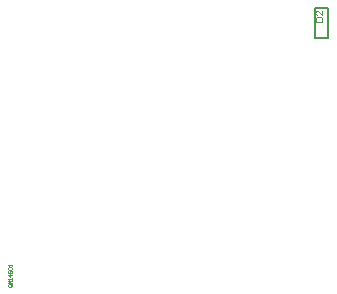
<source format=gbr>
%TF.GenerationSoftware,Altium Limited,Altium Designer,20.1.11 (218)*%
G04 Layer_Color=16711935*
%FSLAX45Y45*%
%MOMM*%
%TF.SameCoordinates,C7425212-4277-447C-8971-9BA6FDDE4791*%
%TF.FilePolarity,Positive*%
%TF.FileFunction,Other,Top_Assembly*%
%TF.Part,Single*%
G01*
G75*
%TA.AperFunction,NonConductor*%
%ADD51C,0.20000*%
%ADD190C,0.05000*%
G36*
X4638824Y3080189D02*
X4638732D01*
X4638362D01*
X4637807D01*
X4637068Y3080281D01*
X4636236Y3080374D01*
X4635311Y3080559D01*
X4634386Y3080744D01*
X4633369Y3081113D01*
X4633277D01*
X4633185Y3081206D01*
X4632630Y3081391D01*
X4631798Y3081761D01*
X4630688Y3082315D01*
X4629394Y3083055D01*
X4627915Y3083980D01*
X4626435Y3084997D01*
X4624863Y3086291D01*
X4624771D01*
X4624679Y3086476D01*
X4624124Y3086938D01*
X4623292Y3087770D01*
X4622090Y3088972D01*
X4620703Y3090359D01*
X4619039Y3092116D01*
X4617190Y3094242D01*
X4615248Y3096554D01*
X4615156Y3096646D01*
X4614878Y3097016D01*
X4614416Y3097571D01*
X4613861Y3098218D01*
X4613122Y3099050D01*
X4612289Y3100067D01*
X4611365Y3101084D01*
X4610348Y3102286D01*
X4608129Y3104597D01*
X4605910Y3106909D01*
X4604801Y3108018D01*
X4603691Y3109035D01*
X4602674Y3109960D01*
X4601657Y3110699D01*
X4601565D01*
X4601472Y3110884D01*
X4601195Y3111069D01*
X4600825Y3111254D01*
X4599808Y3111901D01*
X4598606Y3112641D01*
X4597127Y3113288D01*
X4595555Y3113935D01*
X4593798Y3114305D01*
X4592134Y3114490D01*
X4592042D01*
X4591949D01*
X4591394Y3114398D01*
X4590470Y3114305D01*
X4589453Y3114028D01*
X4588158Y3113658D01*
X4586864Y3113011D01*
X4585570Y3112179D01*
X4584275Y3111069D01*
X4584090Y3110884D01*
X4583721Y3110422D01*
X4583258Y3109775D01*
X4582611Y3108758D01*
X4582056Y3107463D01*
X4581502Y3105984D01*
X4581132Y3104227D01*
X4581039Y3102286D01*
Y3101731D01*
X4581132Y3101361D01*
X4581224Y3100252D01*
X4581502Y3098957D01*
X4581871Y3097571D01*
X4582519Y3095999D01*
X4583351Y3094520D01*
X4584460Y3093133D01*
X4584645Y3092948D01*
X4585107Y3092578D01*
X4585847Y3092023D01*
X4586957Y3091469D01*
X4588251Y3090821D01*
X4589915Y3090267D01*
X4591764Y3089897D01*
X4593891Y3089712D01*
X4593059Y3081668D01*
X4592966D01*
X4592689Y3081761D01*
X4592227D01*
X4591579Y3081853D01*
X4590840Y3082038D01*
X4590008Y3082223D01*
X4588991Y3082500D01*
X4587974Y3082778D01*
X4585755Y3083517D01*
X4583536Y3084627D01*
X4582426Y3085274D01*
X4581317Y3086106D01*
X4580300Y3086938D01*
X4579375Y3087863D01*
X4579283Y3087955D01*
X4579190Y3088140D01*
X4578913Y3088417D01*
X4578635Y3088880D01*
X4578266Y3089435D01*
X4577896Y3090082D01*
X4577434Y3090821D01*
X4576971Y3091746D01*
X4576509Y3092763D01*
X4576047Y3093872D01*
X4575677Y3095074D01*
X4575307Y3096369D01*
X4575030Y3097756D01*
X4574752Y3099235D01*
X4574660Y3100807D01*
X4574567Y3102471D01*
Y3103395D01*
X4574660Y3104043D01*
X4574752Y3104782D01*
X4574845Y3105707D01*
X4575030Y3106724D01*
X4575215Y3107741D01*
X4575862Y3110145D01*
X4576786Y3112549D01*
X4577341Y3113750D01*
X4577988Y3114952D01*
X4578820Y3116062D01*
X4579745Y3117079D01*
X4579837Y3117171D01*
X4579930Y3117356D01*
X4580300Y3117541D01*
X4580670Y3117911D01*
X4581132Y3118373D01*
X4581779Y3118836D01*
X4582426Y3119298D01*
X4583258Y3119853D01*
X4585015Y3120777D01*
X4587234Y3121702D01*
X4588343Y3122071D01*
X4589638Y3122256D01*
X4590932Y3122441D01*
X4592319Y3122534D01*
X4592504D01*
X4592966D01*
X4593706Y3122441D01*
X4594723Y3122349D01*
X4595832Y3122164D01*
X4597127Y3121794D01*
X4598514Y3121424D01*
X4599900Y3120870D01*
X4600085Y3120777D01*
X4600548Y3120592D01*
X4601287Y3120222D01*
X4602304Y3119668D01*
X4603414Y3118928D01*
X4604801Y3118003D01*
X4606187Y3116894D01*
X4607759Y3115600D01*
X4607944Y3115415D01*
X4608499Y3114952D01*
X4608961Y3114490D01*
X4609423Y3114028D01*
X4609978Y3113473D01*
X4610718Y3112733D01*
X4611457Y3111994D01*
X4612289Y3111069D01*
X4613214Y3110145D01*
X4614231Y3109035D01*
X4615248Y3107833D01*
X4616450Y3106539D01*
X4617652Y3105060D01*
X4618946Y3103580D01*
X4619039Y3103488D01*
X4619224Y3103303D01*
X4619501Y3102933D01*
X4619871Y3102471D01*
X4620426Y3101916D01*
X4620980Y3101269D01*
X4622182Y3099790D01*
X4623569Y3098218D01*
X4624956Y3096739D01*
X4626158Y3095444D01*
X4626620Y3094889D01*
X4627082Y3094427D01*
X4627175Y3094335D01*
X4627452Y3094057D01*
X4627822Y3093687D01*
X4628377Y3093225D01*
X4629024Y3092763D01*
X4629671Y3092208D01*
X4631243Y3091099D01*
Y3122626D01*
X4638824D01*
Y3080189D01*
D02*
G37*
G36*
X4608406Y3072792D02*
X4609146D01*
X4610903Y3072700D01*
X4612937Y3072423D01*
X4615063Y3072145D01*
X4617282Y3071683D01*
X4619501Y3071128D01*
X4619594D01*
X4619778Y3071036D01*
X4620056Y3070943D01*
X4620426Y3070851D01*
X4621443Y3070481D01*
X4622737Y3069926D01*
X4624216Y3069372D01*
X4625696Y3068632D01*
X4627267Y3067707D01*
X4628747Y3066783D01*
X4628932Y3066690D01*
X4629394Y3066321D01*
X4630041Y3065766D01*
X4630873Y3065026D01*
X4631798Y3064194D01*
X4632722Y3063177D01*
X4633739Y3062160D01*
X4634571Y3060958D01*
X4634664Y3060773D01*
X4634941Y3060403D01*
X4635311Y3059756D01*
X4635773Y3058832D01*
X4636328Y3057722D01*
X4636790Y3056428D01*
X4637345Y3054948D01*
X4637807Y3053284D01*
Y3053099D01*
X4637900Y3052822D01*
X4637992Y3052545D01*
X4638085Y3051620D01*
X4638270Y3050326D01*
X4638455Y3048846D01*
X4638639Y3047090D01*
X4638732Y3045148D01*
X4638824Y3043022D01*
Y3020000D01*
X4574845D01*
Y3044593D01*
X4574937Y3046258D01*
X4575030Y3048107D01*
X4575215Y3049956D01*
X4575492Y3051805D01*
X4575769Y3053377D01*
Y3053469D01*
X4575862Y3053654D01*
Y3053931D01*
X4576047Y3054301D01*
X4576324Y3055318D01*
X4576786Y3056613D01*
X4577434Y3058092D01*
X4578266Y3059664D01*
X4579190Y3061235D01*
X4580392Y3062715D01*
X4580485Y3062807D01*
X4580577Y3062900D01*
X4580854Y3063177D01*
X4581132Y3063547D01*
X4582056Y3064471D01*
X4583351Y3065581D01*
X4584923Y3066783D01*
X4586772Y3068077D01*
X4588898Y3069279D01*
X4591302Y3070296D01*
X4591394D01*
X4591579Y3070389D01*
X4591949Y3070573D01*
X4592504Y3070666D01*
X4593151Y3070943D01*
X4593891Y3071128D01*
X4594723Y3071313D01*
X4595740Y3071591D01*
X4596757Y3071868D01*
X4597959Y3072053D01*
X4600548Y3072515D01*
X4603414Y3072792D01*
X4606557Y3072885D01*
X4606650D01*
X4606835D01*
X4607297D01*
X4607759D01*
X4608406Y3072792D01*
D02*
G37*
%LPC*%
G36*
X4606372Y3064194D02*
X4606280D01*
X4605910D01*
X4605448D01*
X4604708Y3064102D01*
X4603876D01*
X4602951Y3064009D01*
X4601842Y3063917D01*
X4600732Y3063824D01*
X4598236Y3063362D01*
X4595647Y3062807D01*
X4593244Y3061975D01*
X4592042Y3061420D01*
X4591025Y3060866D01*
X4590932D01*
X4590747Y3060681D01*
X4590470Y3060496D01*
X4590100Y3060311D01*
X4589175Y3059571D01*
X4588066Y3058647D01*
X4586864Y3057445D01*
X4585662Y3056058D01*
X4584645Y3054486D01*
X4583813Y3052822D01*
X4583721Y3052637D01*
X4583628Y3052175D01*
X4583351Y3051343D01*
X4583073Y3050141D01*
X4582888Y3048661D01*
X4582611Y3046812D01*
X4582519Y3045703D01*
Y3044501D01*
X4582426Y3043299D01*
Y3028506D01*
X4631243D01*
Y3043669D01*
X4631151Y3044316D01*
X4631058Y3045703D01*
X4630966Y3047275D01*
X4630781Y3048939D01*
X4630503Y3050603D01*
X4630133Y3051990D01*
X4630041Y3052175D01*
X4629949Y3052637D01*
X4629671Y3053284D01*
X4629301Y3054116D01*
X4628747Y3055041D01*
X4628192Y3055965D01*
X4627545Y3056890D01*
X4626805Y3057815D01*
X4626620Y3057907D01*
X4626250Y3058277D01*
X4625603Y3058832D01*
X4624679Y3059479D01*
X4623477Y3060218D01*
X4622090Y3061051D01*
X4620518Y3061790D01*
X4618761Y3062437D01*
X4618669D01*
X4618484Y3062530D01*
X4618207Y3062622D01*
X4617837Y3062715D01*
X4617375Y3062807D01*
X4616727Y3062992D01*
X4616080Y3063177D01*
X4615341Y3063362D01*
X4613491Y3063639D01*
X4611365Y3063917D01*
X4608961Y3064102D01*
X4606372Y3064194D01*
D02*
G37*
%LPD*%
D51*
X4565002Y2895000D02*
Y3145002D01*
X4675000D01*
Y2895000D02*
Y3145002D01*
X4565002Y2895000D02*
X4675000D01*
D190*
X1997500Y808291D02*
X1977507D01*
X1972508Y803293D01*
Y793296D01*
X1977507Y788298D01*
X1997500D01*
X2002498Y793296D01*
Y803293D01*
X1992502Y798295D02*
X2002498Y808291D01*
Y803293D02*
X1997500Y808291D01*
X2002498Y818288D02*
X1972508D01*
X1982505Y828285D01*
X1972508Y838282D01*
X2002498D01*
Y848278D02*
Y858275D01*
Y853277D01*
X1972508D01*
X1977507Y848278D01*
X2002498Y888265D02*
X1972508D01*
X1987503Y873270D01*
Y893264D01*
X1972508Y923254D02*
Y903261D01*
X1987503D01*
X1982505Y913257D01*
Y918256D01*
X1987503Y923254D01*
X1997500D01*
X2002498Y918256D01*
Y908259D01*
X1997500Y903261D01*
X1977507Y933251D02*
X1972508Y938249D01*
Y948246D01*
X1977507Y953244D01*
X1997500D01*
X2002498Y948246D01*
Y938249D01*
X1997500Y933251D01*
X1977507D01*
X2002498Y963241D02*
Y973238D01*
Y968240D01*
X1972508D01*
X1977507Y963241D01*
%TF.MD5,fac82f7973212c51330b9505fae95924*%
M02*

</source>
